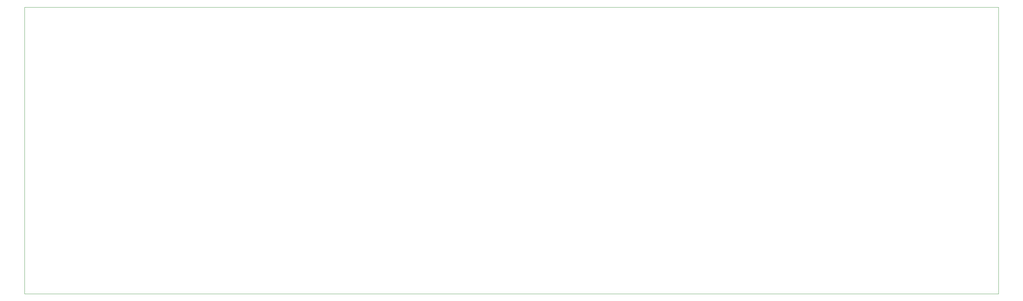
<source format=gm1>
G04 #@! TF.GenerationSoftware,KiCad,Pcbnew,(5.1.4)-1*
G04 #@! TF.CreationDate,2019-12-03T00:22:22+01:00*
G04 #@! TF.ProjectId,pp,70702e6b-6963-4616-945f-706362585858,rev?*
G04 #@! TF.SameCoordinates,Original*
G04 #@! TF.FileFunction,Profile,NP*
%FSLAX46Y46*%
G04 Gerber Fmt 4.6, Leading zero omitted, Abs format (unit mm)*
G04 Created by KiCad (PCBNEW (5.1.4)-1) date 2019-12-03 00:22:22*
%MOMM*%
%LPD*%
G04 APERTURE LIST*
%ADD10C,0.050000*%
G04 APERTURE END LIST*
D10*
X45000000Y-131400000D02*
X45000000Y-54102000D01*
X307340000Y-131400000D02*
X45000000Y-131400000D01*
X307340000Y-54102000D02*
X307340000Y-131400000D01*
X45000000Y-54102000D02*
X307340000Y-54102000D01*
M02*

</source>
